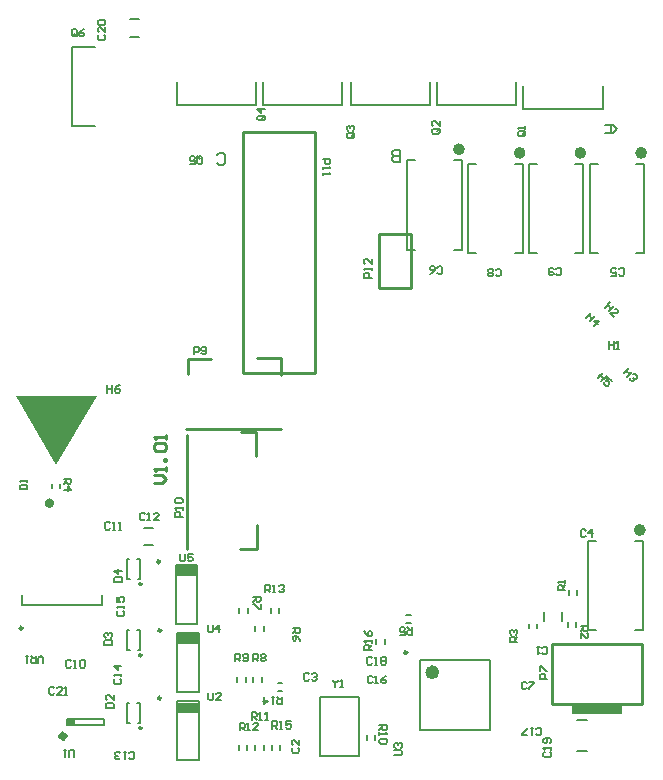
<source format=gto>
%FSLAX25Y25*%
%MOIN*%
G70*
G01*
G75*
G04 Layer_Color=65535*
%ADD10R,0.04331X0.06693*%
%ADD11R,0.05315X0.11024*%
%ADD12R,0.03543X0.03150*%
%ADD13O,0.08661X0.02362*%
%ADD14O,0.06496X0.02165*%
%ADD15O,0.02165X0.06496*%
%ADD16R,0.21260X0.21850*%
%ADD17R,0.12008X0.03937*%
%ADD18R,0.21850X0.21260*%
%ADD19R,0.03937X0.12008*%
%ADD20R,0.02362X0.04331*%
%ADD21R,0.03937X0.21654*%
%ADD22R,0.05906X0.13386*%
%ADD23R,0.21654X0.03937*%
%ADD24R,0.13386X0.05906*%
%ADD25R,0.06693X0.04331*%
%ADD26R,0.09646X0.10039*%
%ADD27R,0.03347X0.04134*%
%ADD28R,0.01378X0.03937*%
%ADD29C,0.06000*%
%ADD30R,0.03543X0.02756*%
%ADD31R,0.02756X0.03543*%
%ADD32R,0.21850X0.25590*%
%ADD33R,0.04921X0.12008*%
%ADD34R,0.09449X0.06693*%
%ADD35R,0.03150X0.03543*%
%ADD36C,0.02500*%
%ADD37C,0.02000*%
%ADD38C,0.00800*%
%ADD39C,0.01000*%
%ADD40C,0.01200*%
%ADD41C,0.00600*%
%ADD42C,0.04000*%
%ADD43C,0.01500*%
%ADD44C,0.11811*%
%ADD45O,0.11811X0.05906*%
%ADD46O,0.05906X0.11811*%
%ADD47C,0.05906*%
%ADD48C,0.02000*%
%ADD49C,0.02400*%
%ADD50C,0.33896*%
%ADD51C,0.06337*%
%ADD52C,0.04369*%
%ADD53C,0.14998*%
%ADD54C,0.03600*%
%ADD55R,0.02795X0.05000*%
%ADD56C,0.00984*%
%ADD57C,0.02362*%
%ADD58C,0.01575*%
%ADD59C,0.00787*%
%ADD60R,0.02500X0.02400*%
%ADD61R,0.17100X0.03700*%
%ADD62R,0.07087X0.03743*%
G36*
X5600Y101200D02*
X-7900Y124000D01*
X19200D01*
X5600Y101200D01*
D02*
G37*
D37*
X8500Y10800D02*
G03*
X8500Y10800I-700J0D01*
G01*
X201100Y79500D02*
G03*
X201100Y79500I-1000J0D01*
G01*
X201550Y205200D02*
G03*
X201550Y205200I-1000J0D01*
G01*
X140800Y206400D02*
G03*
X140800Y206400I-1000J0D01*
G01*
X161050Y205200D02*
G03*
X161050Y205200I-1000J0D01*
G01*
X181300D02*
G03*
X181300Y205200I-1000J0D01*
G01*
D39*
X34000Y13500D02*
G03*
X34000Y13500I-400J0D01*
G01*
Y37800D02*
G03*
X34000Y37800I-400J0D01*
G01*
Y61500D02*
G03*
X34000Y61500I-400J0D01*
G01*
X49355Y136458D02*
X57229D01*
X49355Y131439D02*
Y136360D01*
X72485Y136753D02*
X80359D01*
X48961Y113328D02*
X80474Y113300D01*
X80359Y131242D02*
Y136753D01*
X72129Y104134D02*
Y112008D01*
X67110Y112008D02*
X72031D01*
X72424Y73130D02*
Y81004D01*
X49100Y111200D02*
X49102Y73015D01*
X66913Y73130D02*
X72424D01*
X67900Y212100D02*
X91800D01*
Y131700D02*
Y212100D01*
X67900Y131700D02*
X91800D01*
X67900D02*
Y212100D01*
X113100Y178174D02*
X123800D01*
Y160174D02*
Y178174D01*
X113100Y160174D02*
X123800D01*
X113100D02*
Y178174D01*
X170700Y21600D02*
X200700D01*
Y41600D01*
X170700Y21600D02*
Y41600D01*
X200700D01*
X38301Y95200D02*
X40967D01*
X42300Y96533D01*
X40967Y97866D01*
X38301D01*
X42300Y99199D02*
Y100532D01*
Y99865D01*
X38301D01*
X38968Y99199D01*
X42300Y102531D02*
X41634D01*
Y103197D01*
X42300D01*
Y102531D01*
X38968Y105863D02*
X38301Y106530D01*
Y107863D01*
X38968Y108529D01*
X41634D01*
X42300Y107863D01*
Y106530D01*
X41634Y105863D01*
X38968D01*
X42300Y109862D02*
Y111195D01*
Y110528D01*
X38301D01*
X38968Y109862D01*
D41*
X32500Y21800D02*
X33500D01*
Y15200D02*
Y21800D01*
X32700Y15200D02*
X33500D01*
X29200Y21700D02*
X30000D01*
X29200Y15100D02*
Y21700D01*
Y15100D02*
X30200D01*
X29200Y39400D02*
X30200D01*
X29200D02*
Y46000D01*
X30000D01*
X32700Y39500D02*
X33500D01*
Y46100D01*
X32500D02*
X33500D01*
X32500Y69800D02*
X33500D01*
Y63200D02*
Y69800D01*
X32700Y63200D02*
X33500D01*
X29200Y69700D02*
X30000D01*
X29200Y63100D02*
Y69700D01*
Y63100D02*
X30200D01*
X4966Y26683D02*
X4550Y27099D01*
X3717D01*
X3300Y26683D01*
Y25016D01*
X3717Y24600D01*
X4550D01*
X4966Y25016D01*
X7465Y24600D02*
X5799D01*
X7465Y26266D01*
Y26683D01*
X7049Y27099D01*
X6216D01*
X5799Y26683D01*
X8298Y24600D02*
X9131D01*
X8715D01*
Y27099D01*
X8298Y26683D01*
X19817Y244566D02*
X19401Y244150D01*
Y243317D01*
X19817Y242900D01*
X21484D01*
X21900Y243317D01*
Y244150D01*
X21484Y244566D01*
X21900Y247065D02*
Y245399D01*
X20234Y247065D01*
X19817D01*
X19401Y246649D01*
Y245816D01*
X19817Y245399D01*
Y247898D02*
X19401Y248315D01*
Y249148D01*
X19817Y249565D01*
X21484D01*
X21900Y249148D01*
Y248315D01*
X21484Y247898D01*
X19817D01*
X168417Y5466D02*
X168001Y5050D01*
Y4216D01*
X168417Y3800D01*
X170083D01*
X170500Y4216D01*
Y5050D01*
X170083Y5466D01*
X170500Y6299D02*
Y7132D01*
Y6716D01*
X168001D01*
X168417Y6299D01*
X170083Y8382D02*
X170500Y8798D01*
Y9631D01*
X170083Y10048D01*
X168417D01*
X168001Y9631D01*
Y8798D01*
X168417Y8382D01*
X168834D01*
X169250Y8798D01*
Y10048D01*
X46900Y71499D02*
Y69416D01*
X47317Y69000D01*
X48150D01*
X48566Y69416D01*
Y71499D01*
X51065D02*
X49399D01*
Y70250D01*
X50232Y70666D01*
X50649D01*
X51065Y70250D01*
Y69416D01*
X50649Y69000D01*
X49816D01*
X49399Y69416D01*
X56100Y47899D02*
Y45816D01*
X56516Y45400D01*
X57350D01*
X57766Y45816D01*
Y47899D01*
X59849Y45400D02*
Y47899D01*
X58599Y46650D01*
X60265D01*
X118301Y4400D02*
X120384D01*
X120800Y4817D01*
Y5650D01*
X120384Y6066D01*
X118301D01*
X118717Y6899D02*
X118301Y7316D01*
Y8149D01*
X118717Y8565D01*
X119134D01*
X119550Y8149D01*
Y7732D01*
Y8149D01*
X119967Y8565D01*
X120384D01*
X120800Y8149D01*
Y7316D01*
X120384Y6899D01*
X56300Y25199D02*
Y23117D01*
X56717Y22700D01*
X57550D01*
X57966Y23117D01*
Y25199D01*
X60465Y22700D02*
X58799D01*
X60465Y24366D01*
Y24783D01*
X60049Y25199D01*
X59216D01*
X58799Y24783D01*
X12366Y244416D02*
Y246083D01*
X11950Y246499D01*
X11117D01*
X10700Y246083D01*
Y244416D01*
X11117Y244000D01*
X11950D01*
X11533Y244833D02*
X12366Y244000D01*
X11950D02*
X12366Y244416D01*
X14865Y246499D02*
X14032Y246083D01*
X13199Y245250D01*
Y244416D01*
X13616Y244000D01*
X14449D01*
X14865Y244416D01*
Y244833D01*
X14449Y245250D01*
X13199D01*
X52634Y203584D02*
Y201917D01*
X53050Y201501D01*
X53883D01*
X54300Y201917D01*
Y203584D01*
X53883Y204000D01*
X53050D01*
X53467Y203167D02*
X52634Y204000D01*
X53050D02*
X52634Y203584D01*
X50135Y201501D02*
X51801D01*
Y202750D01*
X50968Y202334D01*
X50551D01*
X50135Y202750D01*
Y203584D01*
X50551Y204000D01*
X51384D01*
X51801Y203584D01*
X74683Y217666D02*
X73017D01*
X72601Y217250D01*
Y216417D01*
X73017Y216000D01*
X74683D01*
X75100Y216417D01*
Y217250D01*
X74267Y216833D02*
X75100Y217666D01*
Y217250D02*
X74683Y217666D01*
X75100Y219749D02*
X72601D01*
X73850Y218499D01*
Y220165D01*
X104483Y211766D02*
X102817D01*
X102401Y211350D01*
Y210517D01*
X102817Y210100D01*
X104483D01*
X104900Y210517D01*
Y211350D01*
X104067Y210933D02*
X104900Y211766D01*
Y211350D02*
X104483Y211766D01*
X102817Y212599D02*
X102401Y213016D01*
Y213849D01*
X102817Y214265D01*
X103234D01*
X103650Y213849D01*
Y213432D01*
Y213849D01*
X104067Y214265D01*
X104483D01*
X104900Y213849D01*
Y213016D01*
X104483Y212599D01*
X132984Y213266D02*
X131317D01*
X130901Y212850D01*
Y212017D01*
X131317Y211600D01*
X132984D01*
X133400Y212017D01*
Y212850D01*
X132567Y212433D02*
X133400Y213266D01*
Y212850D02*
X132984Y213266D01*
X133400Y215765D02*
Y214099D01*
X131734Y215765D01*
X131317D01*
X130901Y215349D01*
Y214516D01*
X131317Y214099D01*
X161583Y212366D02*
X159917D01*
X159501Y211950D01*
Y211117D01*
X159917Y210700D01*
X161583D01*
X162000Y211117D01*
Y211950D01*
X161167Y211533D02*
X162000Y212366D01*
Y211950D02*
X161583Y212366D01*
X162000Y213199D02*
Y214032D01*
Y213616D01*
X159501D01*
X159917Y213199D01*
X189800Y142399D02*
Y139900D01*
Y141150D01*
X191466D01*
Y142399D01*
Y139900D01*
X192299D02*
X193132D01*
X192716D01*
Y142399D01*
X192299Y141983D01*
X11500Y3801D02*
Y5883D01*
X11084Y6300D01*
X10250D01*
X9834Y5883D01*
Y3801D01*
X9001Y6300D02*
X8168D01*
X8584D01*
Y3801D01*
X9001Y4217D01*
X51500Y138000D02*
Y140499D01*
X52750D01*
X53166Y140083D01*
Y139250D01*
X52750Y138833D01*
X51500D01*
X53999Y138417D02*
X54416Y138000D01*
X55249D01*
X55665Y138417D01*
Y140083D01*
X55249Y140499D01*
X54416D01*
X53999Y140083D01*
Y139666D01*
X54416Y139250D01*
X55665D01*
X47700Y83800D02*
X45201D01*
Y85050D01*
X45617Y85466D01*
X46450D01*
X46867Y85050D01*
Y83800D01*
X47700Y86299D02*
Y87132D01*
Y86716D01*
X45201D01*
X45617Y86299D01*
Y88382D02*
X45201Y88798D01*
Y89631D01*
X45617Y90048D01*
X47284D01*
X47700Y89631D01*
Y88798D01*
X47284Y88382D01*
X45617D01*
X94400Y203100D02*
X96899D01*
Y201850D01*
X96483Y201434D01*
X95650D01*
X95233Y201850D01*
Y203100D01*
X94400Y200601D02*
Y199768D01*
Y200184D01*
X96899D01*
X96483Y200601D01*
X94400Y198518D02*
Y197685D01*
Y198102D01*
X96899D01*
X96483Y198518D01*
X110700Y163600D02*
X108201D01*
Y164850D01*
X108617Y165266D01*
X109450D01*
X109867Y164850D01*
Y163600D01*
X110700Y166099D02*
Y166932D01*
Y166516D01*
X108201D01*
X108617Y166099D01*
X110700Y169848D02*
Y168182D01*
X109034Y169848D01*
X108617D01*
X108201Y169431D01*
Y168598D01*
X108617Y168182D01*
X167534Y38517D02*
X167950Y38101D01*
X168783D01*
X169200Y38517D01*
Y40183D01*
X168783Y40600D01*
X167950D01*
X167534Y40183D01*
X166701Y40600D02*
X165868D01*
X166284D01*
Y38101D01*
X166701Y38517D01*
X182066Y79283D02*
X181650Y79699D01*
X180816D01*
X180400Y79283D01*
Y77617D01*
X180816Y77200D01*
X181650D01*
X182066Y77617D01*
X184149Y77200D02*
Y79699D01*
X182899Y78450D01*
X184565D01*
X193134Y164717D02*
X193550Y164301D01*
X194384D01*
X194800Y164717D01*
Y166384D01*
X194384Y166800D01*
X193550D01*
X193134Y166384D01*
X190635Y164301D02*
X192301D01*
Y165550D01*
X191468Y165134D01*
X191051D01*
X190635Y165550D01*
Y166384D01*
X191051Y166800D01*
X191884D01*
X192301Y166384D01*
X132634Y165317D02*
X133050Y164901D01*
X133884D01*
X134300Y165317D01*
Y166983D01*
X133884Y167400D01*
X133050D01*
X132634Y166983D01*
X130135Y164901D02*
X130968Y165317D01*
X131801Y166150D01*
Y166983D01*
X131384Y167400D01*
X130551D01*
X130135Y166983D01*
Y166567D01*
X130551Y166150D01*
X131801D01*
X152034Y164417D02*
X152450Y164001D01*
X153284D01*
X153700Y164417D01*
Y166084D01*
X153284Y166500D01*
X152450D01*
X152034Y166084D01*
X151201Y164417D02*
X150784Y164001D01*
X149951D01*
X149535Y164417D01*
Y164834D01*
X149951Y165250D01*
X149535Y165667D01*
Y166084D01*
X149951Y166500D01*
X150784D01*
X151201Y166084D01*
Y165667D01*
X150784Y165250D01*
X151201Y164834D01*
Y164417D01*
X150784Y165250D02*
X149951D01*
X172234Y164817D02*
X172650Y164401D01*
X173484D01*
X173900Y164817D01*
Y166483D01*
X173484Y166900D01*
X172650D01*
X172234Y166483D01*
X171401D02*
X170984Y166900D01*
X170151D01*
X169735Y166483D01*
Y164817D01*
X170151Y164401D01*
X170984D01*
X171401Y164817D01*
Y165234D01*
X170984Y165650D01*
X169735D01*
X35166Y84883D02*
X34750Y85299D01*
X33917D01*
X33500Y84883D01*
Y83217D01*
X33917Y82800D01*
X34750D01*
X35166Y83217D01*
X35999Y82800D02*
X36832D01*
X36416D01*
Y85299D01*
X35999Y84883D01*
X39748Y82800D02*
X38082D01*
X39748Y84466D01*
Y84883D01*
X39331Y85299D01*
X38498D01*
X38082Y84883D01*
X-6499Y93000D02*
X-4000D01*
Y94250D01*
X-4417Y94666D01*
X-6083D01*
X-6499Y94250D01*
Y93000D01*
X-4000Y95499D02*
Y96332D01*
Y95916D01*
X-6499D01*
X-6083Y95499D01*
X22201Y20300D02*
X24700D01*
Y21550D01*
X24284Y21966D01*
X22617D01*
X22201Y21550D01*
Y20300D01*
X24700Y24465D02*
Y22799D01*
X23034Y24465D01*
X22617D01*
X22201Y24049D01*
Y23216D01*
X22617Y22799D01*
X21601Y41100D02*
X24100D01*
Y42350D01*
X23684Y42766D01*
X22017D01*
X21601Y42350D01*
Y41100D01*
X22017Y43599D02*
X21601Y44016D01*
Y44849D01*
X22017Y45265D01*
X22434D01*
X22850Y44849D01*
Y44432D01*
Y44849D01*
X23267Y45265D01*
X23684D01*
X24100Y44849D01*
Y44016D01*
X23684Y43599D01*
X25001Y62200D02*
X27500D01*
Y63450D01*
X27084Y63866D01*
X25417D01*
X25001Y63450D01*
Y62200D01*
X27500Y65949D02*
X25001D01*
X26250Y64699D01*
Y66365D01*
X169300Y29900D02*
X166801D01*
Y31150D01*
X167217Y31566D01*
X168050D01*
X168467Y31150D01*
Y29900D01*
X166801Y32399D02*
Y34065D01*
X167217D01*
X168884Y32399D01*
X169300D01*
X175200Y59400D02*
X172701D01*
Y60650D01*
X173117Y61066D01*
X173950D01*
X174367Y60650D01*
Y59400D01*
Y60233D02*
X175200Y61066D01*
Y61899D02*
Y62732D01*
Y62316D01*
X172701D01*
X173117Y61899D01*
X180400Y47600D02*
X182899D01*
Y46350D01*
X182483Y45934D01*
X181650D01*
X181233Y46350D01*
Y47600D01*
Y46767D02*
X180400Y45934D01*
Y43435D02*
Y45101D01*
X182066Y43435D01*
X182483D01*
X182899Y43851D01*
Y44684D01*
X182483Y45101D01*
X159300Y42100D02*
X156801D01*
Y43350D01*
X157217Y43766D01*
X158050D01*
X158467Y43350D01*
Y42100D01*
Y42933D02*
X159300Y43766D01*
X157217Y44599D02*
X156801Y45016D01*
Y45849D01*
X157217Y46265D01*
X157634D01*
X158050Y45849D01*
Y45432D01*
Y45849D01*
X158467Y46265D01*
X158884D01*
X159300Y45849D01*
Y45016D01*
X158884Y44599D01*
X8100Y96600D02*
X10599D01*
Y95350D01*
X10183Y94934D01*
X9350D01*
X8933Y95350D01*
Y96600D01*
Y95767D02*
X8100Y94934D01*
Y92851D02*
X10599D01*
X9350Y94101D01*
Y92435D01*
X124300Y47000D02*
Y44501D01*
X123050D01*
X122634Y44917D01*
Y45750D01*
X123050Y46167D01*
X124300D01*
X123467D02*
X122634Y47000D01*
X120135Y44501D02*
X121801D01*
Y45750D01*
X120968Y45334D01*
X120551D01*
X120135Y45750D01*
Y46584D01*
X120551Y47000D01*
X121384D01*
X121801Y46584D01*
X84400Y46800D02*
X86899D01*
Y45550D01*
X86483Y45134D01*
X85650D01*
X85233Y45550D01*
Y46800D01*
Y45967D02*
X84400Y45134D01*
X86899Y42635D02*
X86483Y43468D01*
X85650Y44301D01*
X84816D01*
X84400Y43884D01*
Y43051D01*
X84816Y42635D01*
X85233D01*
X85650Y43051D01*
Y44301D01*
X71200Y57300D02*
X73699D01*
Y56050D01*
X73283Y55634D01*
X72450D01*
X72033Y56050D01*
Y57300D01*
Y56467D02*
X71200Y55634D01*
X73699Y54801D02*
Y53135D01*
X73283D01*
X71617Y54801D01*
X71200D01*
Y35700D02*
Y38199D01*
X72450D01*
X72866Y37783D01*
Y36950D01*
X72450Y36533D01*
X71200D01*
X72033D02*
X72866Y35700D01*
X73699Y37783D02*
X74116Y38199D01*
X74949D01*
X75365Y37783D01*
Y37366D01*
X74949Y36950D01*
X75365Y36533D01*
Y36116D01*
X74949Y35700D01*
X74116D01*
X73699Y36116D01*
Y36533D01*
X74116Y36950D01*
X73699Y37366D01*
Y37783D01*
X74116Y36950D02*
X74949D01*
X65300Y35700D02*
Y38199D01*
X66550D01*
X66966Y37783D01*
Y36950D01*
X66550Y36533D01*
X65300D01*
X66133D02*
X66966Y35700D01*
X67799Y36116D02*
X68216Y35700D01*
X69049D01*
X69465Y36116D01*
Y37783D01*
X69049Y38199D01*
X68216D01*
X67799Y37783D01*
Y37366D01*
X68216Y36950D01*
X69465D01*
X113300Y14500D02*
X115799D01*
Y13250D01*
X115383Y12834D01*
X114550D01*
X114133Y13250D01*
Y14500D01*
Y13667D02*
X113300Y12834D01*
Y12001D02*
Y11168D01*
Y11584D01*
X115799D01*
X115383Y12001D01*
Y9918D02*
X115799Y9502D01*
Y8669D01*
X115383Y8252D01*
X113716D01*
X113300Y8669D01*
Y9502D01*
X113716Y9918D01*
X115383D01*
X70700Y16200D02*
Y18699D01*
X71950D01*
X72366Y18283D01*
Y17450D01*
X71950Y17033D01*
X70700D01*
X71533D02*
X72366Y16200D01*
X73199D02*
X74032D01*
X73616D01*
Y18699D01*
X73199Y18283D01*
X75282Y16200D02*
X76115D01*
X75698D01*
Y18699D01*
X75282Y18283D01*
X66700Y12700D02*
Y15199D01*
X67950D01*
X68366Y14783D01*
Y13950D01*
X67950Y13533D01*
X66700D01*
X67533D02*
X68366Y12700D01*
X69199D02*
X70032D01*
X69616D01*
Y15199D01*
X69199Y14783D01*
X72948Y12700D02*
X71282D01*
X72948Y14366D01*
Y14783D01*
X72531Y15199D01*
X71698D01*
X71282Y14783D01*
X75300Y58700D02*
Y61199D01*
X76550D01*
X76966Y60783D01*
Y59950D01*
X76550Y59533D01*
X75300D01*
X76133D02*
X76966Y58700D01*
X77799D02*
X78632D01*
X78216D01*
Y61199D01*
X77799Y60783D01*
X79882D02*
X80298Y61199D01*
X81131D01*
X81548Y60783D01*
Y60366D01*
X81131Y59950D01*
X80715D01*
X81131D01*
X81548Y59533D01*
Y59117D01*
X81131Y58700D01*
X80298D01*
X79882Y59117D01*
X80800Y23900D02*
Y21401D01*
X79550D01*
X79134Y21817D01*
Y22650D01*
X79550Y23067D01*
X80800D01*
X79967D02*
X79134Y23900D01*
X78301D02*
X77468D01*
X77884D01*
Y21401D01*
X78301Y21817D01*
X74969Y23900D02*
Y21401D01*
X76218Y22650D01*
X74552D01*
X77600Y13300D02*
Y15799D01*
X78850D01*
X79266Y15383D01*
Y14550D01*
X78850Y14133D01*
X77600D01*
X78433D02*
X79266Y13300D01*
X80099D02*
X80932D01*
X80516D01*
Y15799D01*
X80099Y15383D01*
X83848Y15799D02*
X82182D01*
Y14550D01*
X83015Y14966D01*
X83431D01*
X83848Y14550D01*
Y13716D01*
X83431Y13300D01*
X82598D01*
X82182Y13716D01*
X110800Y39500D02*
X108301D01*
Y40750D01*
X108717Y41166D01*
X109550D01*
X109967Y40750D01*
Y39500D01*
Y40333D02*
X110800Y41166D01*
Y41999D02*
Y42832D01*
Y42416D01*
X108301D01*
X108717Y41999D01*
X108301Y45748D02*
X108717Y44915D01*
X109550Y44082D01*
X110383D01*
X110800Y44498D01*
Y45331D01*
X110383Y45748D01*
X109967D01*
X109550Y45331D01*
Y44082D01*
X1200Y35001D02*
Y36667D01*
X367Y37500D01*
X-466Y36667D01*
Y35001D01*
X-1299Y37500D02*
Y35001D01*
X-2549D01*
X-2965Y35417D01*
Y36250D01*
X-2549Y36667D01*
X-1299D01*
X-2132D02*
X-2965Y37500D01*
X-3798D02*
X-4631D01*
X-4215D01*
Y35001D01*
X-3798Y35417D01*
X97800Y29599D02*
Y29183D01*
X98633Y28350D01*
X99466Y29183D01*
Y29599D01*
X98633Y28350D02*
Y27100D01*
X100299D02*
X101132D01*
X100716D01*
Y29599D01*
X100299Y29183D01*
X26117Y52566D02*
X25701Y52150D01*
Y51316D01*
X26117Y50900D01*
X27784D01*
X28200Y51316D01*
Y52150D01*
X27784Y52566D01*
X28200Y53399D02*
Y54232D01*
Y53816D01*
X25701D01*
X26117Y53399D01*
X25701Y57148D02*
Y55482D01*
X26950D01*
X26534Y56315D01*
Y56731D01*
X26950Y57148D01*
X27784D01*
X28200Y56731D01*
Y55898D01*
X27784Y55482D01*
X25217Y29866D02*
X24801Y29450D01*
Y28616D01*
X25217Y28200D01*
X26884D01*
X27300Y28616D01*
Y29450D01*
X26884Y29866D01*
X27300Y30699D02*
Y31532D01*
Y31116D01*
X24801D01*
X25217Y30699D01*
X27300Y34032D02*
X24801D01*
X26050Y32782D01*
Y34448D01*
X29834Y3417D02*
X30250Y3001D01*
X31084D01*
X31500Y3417D01*
Y5083D01*
X31084Y5500D01*
X30250D01*
X29834Y5083D01*
X29001Y5500D02*
X28168D01*
X28584D01*
Y3001D01*
X29001Y3417D01*
X26918D02*
X26502Y3001D01*
X25668D01*
X25252Y3417D01*
Y3834D01*
X25668Y4250D01*
X26085D01*
X25668D01*
X25252Y4667D01*
Y5083D01*
X25668Y5500D01*
X26502D01*
X26918Y5083D01*
X162366Y28483D02*
X161950Y28899D01*
X161117D01*
X160700Y28483D01*
Y26816D01*
X161117Y26400D01*
X161950D01*
X162366Y26816D01*
X163199Y28899D02*
X164865D01*
Y28483D01*
X163199Y26816D01*
Y26400D01*
X10566Y35683D02*
X10150Y36099D01*
X9317D01*
X8900Y35683D01*
Y34016D01*
X9317Y33600D01*
X10150D01*
X10566Y34016D01*
X11399Y33600D02*
X12232D01*
X11816D01*
Y36099D01*
X11399Y35683D01*
X13482D02*
X13898Y36099D01*
X14731D01*
X15148Y35683D01*
Y34016D01*
X14731Y33600D01*
X13898D01*
X13482Y34016D01*
Y35683D01*
X23566Y81683D02*
X23150Y82099D01*
X22317D01*
X21900Y81683D01*
Y80016D01*
X22317Y79600D01*
X23150D01*
X23566Y80016D01*
X24399Y79600D02*
X25232D01*
X24816D01*
Y82099D01*
X24399Y81683D01*
X26482Y79600D02*
X27315D01*
X26898D01*
Y82099D01*
X26482Y81683D01*
X84517Y6966D02*
X84101Y6550D01*
Y5717D01*
X84517Y5300D01*
X86184D01*
X86600Y5717D01*
Y6550D01*
X86184Y6966D01*
X86600Y9465D02*
Y7799D01*
X84934Y9465D01*
X84517D01*
X84101Y9049D01*
Y8216D01*
X84517Y7799D01*
X89866Y31383D02*
X89450Y31799D01*
X88617D01*
X88200Y31383D01*
Y29717D01*
X88617Y29300D01*
X89450D01*
X89866Y29717D01*
X90699Y31383D02*
X91116Y31799D01*
X91949D01*
X92365Y31383D01*
Y30966D01*
X91949Y30550D01*
X91532D01*
X91949D01*
X92365Y30133D01*
Y29717D01*
X91949Y29300D01*
X91116D01*
X90699Y29717D01*
X111066Y30483D02*
X110650Y30899D01*
X109817D01*
X109400Y30483D01*
Y28817D01*
X109817Y28400D01*
X110650D01*
X111066Y28817D01*
X111899Y28400D02*
X112732D01*
X112316D01*
Y30899D01*
X111899Y30483D01*
X115648Y30899D02*
X114815Y30483D01*
X113982Y29650D01*
Y28817D01*
X114398Y28400D01*
X115231D01*
X115648Y28817D01*
Y29233D01*
X115231Y29650D01*
X113982D01*
X165434Y11417D02*
X165850Y11001D01*
X166683D01*
X167100Y11417D01*
Y13083D01*
X166683Y13500D01*
X165850D01*
X165434Y13083D01*
X164601Y13500D02*
X163768D01*
X164184D01*
Y11001D01*
X164601Y11417D01*
X162518Y11001D02*
X160852D01*
Y11417D01*
X162518Y13083D01*
Y13500D01*
X110866Y36683D02*
X110450Y37099D01*
X109616D01*
X109200Y36683D01*
Y35017D01*
X109616Y34600D01*
X110450D01*
X110866Y35017D01*
X111699Y34600D02*
X112532D01*
X112116D01*
Y37099D01*
X111699Y36683D01*
X113782D02*
X114198Y37099D01*
X115031D01*
X115448Y36683D01*
Y36266D01*
X115031Y35850D01*
X115448Y35433D01*
Y35017D01*
X115031Y34600D01*
X114198D01*
X113782Y35017D01*
Y35433D01*
X114198Y35850D01*
X113782Y36266D01*
Y36683D01*
X114198Y35850D02*
X115031D01*
X190267Y155367D02*
X188500Y153600D01*
X189384Y154484D01*
X190562Y153305D01*
X191445Y154189D01*
X189678Y152422D01*
X191445Y150655D02*
X190267Y151833D01*
X192623D01*
X192918Y152127D01*
Y152716D01*
X192329Y153305D01*
X191740D01*
X196467Y133467D02*
X194700Y131700D01*
X195584Y132584D01*
X196762Y131405D01*
X197645Y132289D01*
X195878Y130522D01*
X197940Y131405D02*
X198529D01*
X199118Y130816D01*
Y130227D01*
X198823Y129933D01*
X198234D01*
X197940Y130227D01*
X198234Y129933D01*
X198234Y129344D01*
X197940Y129049D01*
X197351D01*
X196762Y129638D01*
Y130227D01*
X183967Y151967D02*
X182200Y150200D01*
X183084Y151084D01*
X184262Y149906D01*
X185145Y150789D01*
X183378Y149022D01*
X184851Y147549D02*
X186618Y149316D01*
X184851Y149316D01*
X186029Y148138D01*
X187867Y131967D02*
X186100Y130200D01*
X186984Y131084D01*
X188162Y129905D01*
X189045Y130789D01*
X187278Y129022D01*
X190813D02*
X189634Y130200D01*
X188751Y129316D01*
X189634Y129022D01*
X189929Y128727D01*
Y128138D01*
X189340Y127549D01*
X188751D01*
X188162Y128138D01*
Y128727D01*
X22600Y127799D02*
Y125300D01*
Y126550D01*
X24266D01*
Y127799D01*
Y125300D01*
X26765Y127799D02*
X25932Y127383D01*
X25099Y126550D01*
Y125716D01*
X25516Y125300D01*
X26349D01*
X26765Y125716D01*
Y126133D01*
X26349Y126550D01*
X25099D01*
X59234Y201968D02*
X59901Y201301D01*
X61234D01*
X61900Y201968D01*
Y204633D01*
X61234Y205300D01*
X59901D01*
X59234Y204633D01*
X120200Y202301D02*
Y206300D01*
X118201D01*
X117534Y205634D01*
Y204967D01*
X118201Y204301D01*
X120200D01*
X118201D01*
X117534Y203634D01*
Y202968D01*
X118201Y202301D01*
X120200D01*
X188500Y214600D02*
X191166D01*
X192499Y213267D01*
X191166Y211934D01*
X188500D01*
X190499D01*
Y214600D01*
D56*
X40143Y68946D02*
G03*
X40143Y68946I-492J0D01*
G01*
X40543Y46047D02*
G03*
X40543Y46047I-492J0D01*
G01*
X122557Y38672D02*
G03*
X122557Y38672I-492J0D01*
G01*
X40543Y23447D02*
G03*
X40543Y23447I-492J0D01*
G01*
X-5650Y46758D02*
G03*
X-5650Y46758I-492J0D01*
G01*
D57*
X132104Y32077D02*
G03*
X132104Y32077I-1181J0D01*
G01*
D58*
X4087Y88400D02*
G03*
X4087Y88400I-787J0D01*
G01*
D59*
X30125Y243847D02*
X33275D01*
X30125Y249753D02*
X33275D01*
X179028Y5882D02*
X182572D01*
X179028Y16118D02*
X182572D01*
X45557Y48257D02*
X52643D01*
X45557Y67943D02*
X52643D01*
Y48257D02*
Y67943D01*
X45557Y48257D02*
Y67943D01*
X45957Y25357D02*
X53043D01*
X45957Y45042D02*
X53043D01*
Y25357D02*
Y45042D01*
X45957Y25357D02*
Y45042D01*
X126986Y12786D02*
Y36014D01*
X150214Y12786D02*
Y36014D01*
X126986D02*
X150214D01*
X126986Y12786D02*
X150214D01*
X45957Y2757D02*
X53043D01*
X45957Y22443D02*
X53043D01*
Y2757D02*
Y22443D01*
X45957Y2757D02*
Y22443D01*
X10976Y214211D02*
X18654D01*
X10976D02*
Y240589D01*
X18654D01*
X72189Y221076D02*
Y228753D01*
X45811Y221076D02*
X72189D01*
X45811D02*
Y228753D01*
X100889Y221076D02*
Y228753D01*
X74511Y221076D02*
X100889D01*
X74511D02*
Y228753D01*
X130089Y221076D02*
Y228753D01*
X103711Y221076D02*
X130089D01*
X103711D02*
Y228753D01*
X158889Y221076D02*
Y228753D01*
X132511Y221076D02*
X158889D01*
X132511D02*
Y228753D01*
X187689Y219876D02*
Y227554D01*
X161311Y219876D02*
X187689D01*
X161311D02*
Y227554D01*
X9298Y14516D02*
Y16484D01*
X21502Y14516D02*
Y16484D01*
X9298Y14516D02*
X21502D01*
X9298Y16484D02*
X21502D01*
X168147Y49025D02*
Y52175D01*
X174053Y49025D02*
Y52175D01*
X201055Y46039D02*
Y75961D01*
X182945Y46039D02*
Y75961D01*
X198398D02*
X201055D01*
X198398Y46039D02*
X201055D01*
X182945Y75961D02*
X185602D01*
X182945Y46039D02*
X185602D01*
X183395Y171739D02*
X186052D01*
X183395Y201661D02*
X186052D01*
X198848Y171739D02*
X201505D01*
X198848Y201661D02*
X201505D01*
X183395Y171739D02*
Y201661D01*
X201505Y171739D02*
Y201661D01*
X140755Y172939D02*
Y202861D01*
X122645Y172939D02*
Y202861D01*
X138098D02*
X140755D01*
X138098Y172939D02*
X140755D01*
X122645Y202861D02*
X125302D01*
X122645Y172939D02*
X125302D01*
X142895Y171739D02*
X145552D01*
X142895Y201661D02*
X145552D01*
X158348Y171739D02*
X161005D01*
X158348Y201661D02*
X161005D01*
X142895Y171739D02*
Y201661D01*
X161005Y171739D02*
Y201661D01*
X181255Y171739D02*
Y201661D01*
X163145Y171739D02*
Y201661D01*
X178598D02*
X181255D01*
X178598Y171739D02*
X181255D01*
X163145Y201661D02*
X165802D01*
X163145Y171739D02*
X165802D01*
X34825Y80253D02*
X37975D01*
X34825Y74347D02*
X37975D01*
X176522Y57813D02*
Y59387D01*
X179278Y57813D02*
Y59387D01*
X176222Y47213D02*
Y48787D01*
X178978Y47213D02*
Y48787D01*
X163122Y46713D02*
Y48287D01*
X165878Y46713D02*
Y48287D01*
X4122Y93413D02*
Y94987D01*
X6878Y93413D02*
Y94987D01*
X122113Y48422D02*
X123687D01*
X122113Y51178D02*
X123687D01*
X71922Y45813D02*
Y47387D01*
X74678Y45813D02*
Y47387D01*
X66622Y51813D02*
Y53387D01*
X69378Y51813D02*
Y53387D01*
X74078Y28913D02*
Y30487D01*
X71322Y28913D02*
Y30487D01*
X65922Y28913D02*
Y30487D01*
X68678Y28913D02*
Y30487D01*
X111778Y9513D02*
Y11087D01*
X109022Y9513D02*
Y11087D01*
X74678Y6213D02*
Y7787D01*
X71922Y6213D02*
Y7787D01*
X66422Y6213D02*
Y7787D01*
X69178Y6213D02*
Y7787D01*
X79878Y51813D02*
Y53387D01*
X77122Y51813D02*
Y53387D01*
X79413Y25722D02*
X80987D01*
X79413Y28478D02*
X80987D01*
X80178Y6213D02*
Y7787D01*
X77422Y6213D02*
Y7787D01*
X112322Y41513D02*
Y43087D01*
X115078Y41513D02*
Y43087D01*
X20689Y54632D02*
Y57979D01*
X-5689Y54632D02*
X20689D01*
X-5689D02*
Y57979D01*
X93400Y4157D02*
X99900D01*
X93400D02*
Y23843D01*
X106400D01*
Y4157D02*
Y23843D01*
X99900Y4157D02*
X106400D01*
D60*
X10550Y15500D02*
D03*
D61*
X185750Y19750D02*
D03*
D62*
X49257Y65729D02*
D03*
X49357Y43029D02*
D03*
X49557Y20329D02*
D03*
M02*

</source>
